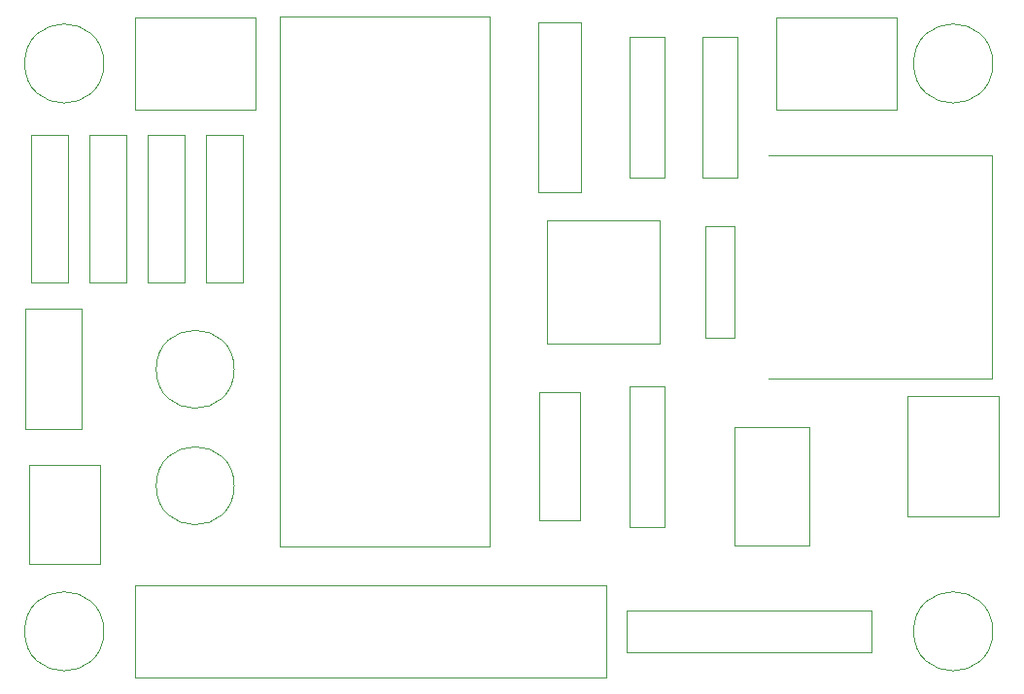
<source format=gbr>
%TF.GenerationSoftware,KiCad,Pcbnew,(6.0.4)*%
%TF.CreationDate,2022-08-02T08:21:37+02:00*%
%TF.ProjectId,DA01,44413031-2e6b-4696-9361-645f70636258,1.1*%
%TF.SameCoordinates,Original*%
%TF.FileFunction,Other,User*%
%FSLAX46Y46*%
G04 Gerber Fmt 4.6, Leading zero omitted, Abs format (unit mm)*
G04 Created by KiCad (PCBNEW (6.0.4)) date 2022-08-02 08:21:37*
%MOMM*%
%LPD*%
G01*
G04 APERTURE LIST*
%ADD10C,0.050000*%
G04 APERTURE END LIST*
D10*
%TO.C,A1*%
X37860000Y-14990000D02*
X56140000Y-14990000D01*
X37860000Y-14990000D02*
X37860000Y-61210000D01*
X56140000Y-61210000D02*
X37860000Y-61210000D01*
X56140000Y-61210000D02*
X56140000Y-14990000D01*
%TO.C,C1*%
X33860000Y-45720000D02*
G75*
G03*
X33860000Y-45720000I-3400000J0D01*
G01*
%TO.C,C2*%
X33860000Y-55880000D02*
G75*
G03*
X33860000Y-55880000I-3400000J0D01*
G01*
%TO.C,D3*%
X29540000Y-38180000D02*
X29540000Y-25320000D01*
X26340000Y-38180000D02*
X29540000Y-38180000D01*
X26340000Y-25320000D02*
X26340000Y-38180000D01*
X29540000Y-25320000D02*
X26340000Y-25320000D01*
%TO.C,D4*%
X24460000Y-25320000D02*
X21260000Y-25320000D01*
X21260000Y-38180000D02*
X24460000Y-38180000D01*
X21260000Y-25320000D02*
X21260000Y-38180000D01*
X24460000Y-38180000D02*
X24460000Y-25320000D01*
%TO.C,D5*%
X77450000Y-33240000D02*
X74950000Y-33240000D01*
X74950000Y-33240000D02*
X74950000Y-42960000D01*
X74950000Y-42960000D02*
X77450000Y-42960000D01*
X77450000Y-42960000D02*
X77450000Y-33240000D01*
%TO.C,H1*%
X22500000Y-19050000D02*
G75*
G03*
X22500000Y-19050000I-3450000J0D01*
G01*
%TO.C,H2*%
X99970000Y-19050000D02*
G75*
G03*
X99970000Y-19050000I-3450000J0D01*
G01*
%TO.C,H3*%
X22500000Y-68580000D02*
G75*
G03*
X22500000Y-68580000I-3450000J0D01*
G01*
%TO.C,H4*%
X99970000Y-68580000D02*
G75*
G03*
X99970000Y-68580000I-3450000J0D01*
G01*
%TO.C,J2*%
X35730000Y-23050000D02*
X35730000Y-15050000D01*
X25230000Y-15050000D02*
X35730000Y-15050000D01*
X25230000Y-15050000D02*
X25230000Y-23050000D01*
X35730000Y-23050000D02*
X25230000Y-23050000D01*
%TO.C,J3*%
X91610000Y-23050000D02*
X81110000Y-23050000D01*
X81110000Y-15050000D02*
X91610000Y-15050000D01*
X91610000Y-23050000D02*
X91610000Y-15050000D01*
X81110000Y-15050000D02*
X81110000Y-23050000D01*
%TO.C,J6*%
X100520000Y-48090000D02*
X92520000Y-48090000D01*
X92520000Y-58590000D02*
X100520000Y-58590000D01*
X92520000Y-58590000D02*
X92520000Y-48090000D01*
X100520000Y-48090000D02*
X100520000Y-58590000D01*
%TO.C,R1*%
X71350000Y-16730000D02*
X68350000Y-16730000D01*
X71350000Y-28990000D02*
X71350000Y-16730000D01*
X68350000Y-28990000D02*
X71350000Y-28990000D01*
X68350000Y-16730000D02*
X68350000Y-28990000D01*
%TO.C,R2*%
X74700000Y-16730000D02*
X74700000Y-28990000D01*
X74700000Y-28990000D02*
X77700000Y-28990000D01*
X77700000Y-28990000D02*
X77700000Y-16730000D01*
X77700000Y-16730000D02*
X74700000Y-16730000D01*
%TO.C,R3*%
X64080000Y-15460000D02*
X60380000Y-15460000D01*
X60380000Y-15460000D02*
X60380000Y-30260000D01*
X60380000Y-30260000D02*
X64080000Y-30260000D01*
X64080000Y-30260000D02*
X64080000Y-15460000D01*
%TO.C,RV1*%
X84000000Y-50770000D02*
X77500000Y-50770000D01*
X77500000Y-50770000D02*
X77500000Y-61120000D01*
X77500000Y-61120000D02*
X84000000Y-61120000D01*
X84000000Y-61120000D02*
X84000000Y-50770000D01*
%TO.C,U1*%
X20560000Y-40470000D02*
X15650000Y-40470000D01*
X20560000Y-50970000D02*
X20560000Y-40470000D01*
X15650000Y-40470000D02*
X15650000Y-50970000D01*
X15650000Y-50970000D02*
X20560000Y-50970000D01*
%TO.C,U3*%
X80430000Y-27090000D02*
X99910000Y-27090000D01*
X99910000Y-27090000D02*
X99910000Y-46570000D01*
X99910000Y-46570000D02*
X80430000Y-46570000D01*
%TO.C,U2*%
X70930000Y-43440000D02*
X70930000Y-32740000D01*
X70930000Y-32740000D02*
X61130000Y-32740000D01*
X61130000Y-32740000D02*
X61130000Y-43440000D01*
X61130000Y-43440000D02*
X70930000Y-43440000D01*
%TO.C,D2*%
X16180000Y-25320000D02*
X16180000Y-38180000D01*
X16180000Y-38180000D02*
X19380000Y-38180000D01*
X19380000Y-25320000D02*
X16180000Y-25320000D01*
X19380000Y-38180000D02*
X19380000Y-25320000D01*
%TO.C,D1*%
X34620000Y-25320000D02*
X31420000Y-25320000D01*
X31420000Y-25320000D02*
X31420000Y-38180000D01*
X31420000Y-38180000D02*
X34620000Y-38180000D01*
X34620000Y-38180000D02*
X34620000Y-25320000D01*
%TO.C,J4*%
X15980000Y-62730000D02*
X22130000Y-62730000D01*
X15980000Y-54080000D02*
X15980000Y-62730000D01*
X22130000Y-54080000D02*
X15980000Y-54080000D01*
X22130000Y-62730000D02*
X22130000Y-54080000D01*
%TO.C,J7*%
X89400000Y-66780000D02*
X68050000Y-66780000D01*
X68050000Y-66780000D02*
X68050000Y-70380000D01*
X68050000Y-70380000D02*
X89400000Y-70380000D01*
X89400000Y-70380000D02*
X89400000Y-66780000D01*
%TO.C,J5*%
X56090000Y-72580000D02*
X66250000Y-72580000D01*
X25190000Y-64580000D02*
X56090000Y-64580000D01*
X56090000Y-72580000D02*
X25190000Y-72580000D01*
X56090000Y-64580000D02*
X66250000Y-64580000D01*
X25190000Y-64580000D02*
X25190000Y-72580000D01*
X66250000Y-72580000D02*
X66250000Y-64580000D01*
%TO.C,J1*%
X60430000Y-58930000D02*
X64030000Y-58930000D01*
X64030000Y-47730000D02*
X60430000Y-47730000D01*
X60430000Y-47730000D02*
X60430000Y-58930000D01*
X64030000Y-58930000D02*
X64030000Y-47730000D01*
%TO.C,R4*%
X68350000Y-47210000D02*
X68350000Y-59470000D01*
X71350000Y-59470000D02*
X71350000Y-47210000D01*
X68350000Y-59470000D02*
X71350000Y-59470000D01*
X71350000Y-47210000D02*
X68350000Y-47210000D01*
%TD*%
M02*

</source>
